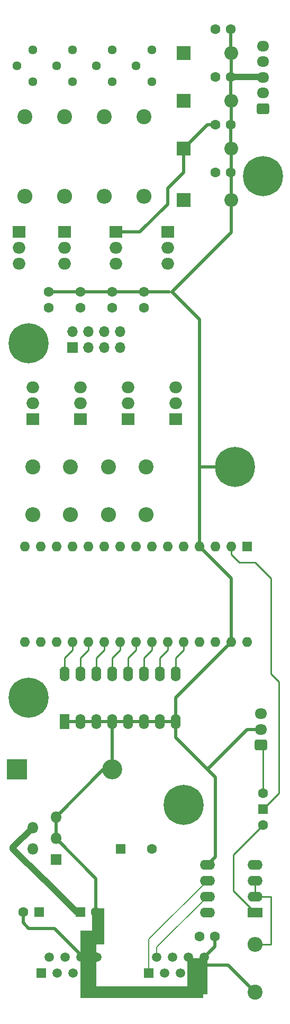
<source format=gtl>
G04 #@! TF.GenerationSoftware,KiCad,Pcbnew,8.0.6*
G04 #@! TF.CreationDate,2024-11-01T16:27:22+01:00*
G04 #@! TF.ProjectId,dmx_to_pwm,646d785f-746f-45f7-9077-6d2e6b696361,rev?*
G04 #@! TF.SameCoordinates,Original*
G04 #@! TF.FileFunction,Copper,L1,Top*
G04 #@! TF.FilePolarity,Positive*
%FSLAX46Y46*%
G04 Gerber Fmt 4.6, Leading zero omitted, Abs format (unit mm)*
G04 Created by KiCad (PCBNEW 8.0.6) date 2024-11-01 16:27:22*
%MOMM*%
%LPD*%
G01*
G04 APERTURE LIST*
G04 Aperture macros list*
%AMRoundRect*
0 Rectangle with rounded corners*
0 $1 Rounding radius*
0 $2 $3 $4 $5 $6 $7 $8 $9 X,Y pos of 4 corners*
0 Add a 4 corners polygon primitive as box body*
4,1,4,$2,$3,$4,$5,$6,$7,$8,$9,$2,$3,0*
0 Add four circle primitives for the rounded corners*
1,1,$1+$1,$2,$3*
1,1,$1+$1,$4,$5*
1,1,$1+$1,$6,$7*
1,1,$1+$1,$8,$9*
0 Add four rect primitives between the rounded corners*
20,1,$1+$1,$2,$3,$4,$5,0*
20,1,$1+$1,$4,$5,$6,$7,0*
20,1,$1+$1,$6,$7,$8,$9,0*
20,1,$1+$1,$8,$9,$2,$3,0*%
G04 Aperture macros list end*
G04 #@! TA.AperFunction,ComponentPad*
%ADD10C,6.400000*%
G04 #@! TD*
G04 #@! TA.AperFunction,ComponentPad*
%ADD11C,1.600000*%
G04 #@! TD*
G04 #@! TA.AperFunction,ComponentPad*
%ADD12R,1.600000X1.600000*%
G04 #@! TD*
G04 #@! TA.AperFunction,ComponentPad*
%ADD13C,1.440000*%
G04 #@! TD*
G04 #@! TA.AperFunction,ComponentPad*
%ADD14R,2.000000X1.905000*%
G04 #@! TD*
G04 #@! TA.AperFunction,ComponentPad*
%ADD15O,2.000000X1.905000*%
G04 #@! TD*
G04 #@! TA.AperFunction,ComponentPad*
%ADD16R,2.200000X2.200000*%
G04 #@! TD*
G04 #@! TA.AperFunction,ComponentPad*
%ADD17O,2.200000X2.200000*%
G04 #@! TD*
G04 #@! TA.AperFunction,ComponentPad*
%ADD18R,3.200000X3.200000*%
G04 #@! TD*
G04 #@! TA.AperFunction,ComponentPad*
%ADD19O,3.200000X3.200000*%
G04 #@! TD*
G04 #@! TA.AperFunction,ComponentPad*
%ADD20C,2.400000*%
G04 #@! TD*
G04 #@! TA.AperFunction,ComponentPad*
%ADD21O,2.400000X2.400000*%
G04 #@! TD*
G04 #@! TA.AperFunction,ComponentPad*
%ADD22R,1.500000X1.500000*%
G04 #@! TD*
G04 #@! TA.AperFunction,ComponentPad*
%ADD23C,1.500000*%
G04 #@! TD*
G04 #@! TA.AperFunction,ComponentPad*
%ADD24R,1.600000X2.400000*%
G04 #@! TD*
G04 #@! TA.AperFunction,ComponentPad*
%ADD25O,1.600000X2.400000*%
G04 #@! TD*
G04 #@! TA.AperFunction,ComponentPad*
%ADD26RoundRect,0.250000X0.725000X-0.600000X0.725000X0.600000X-0.725000X0.600000X-0.725000X-0.600000X0*%
G04 #@! TD*
G04 #@! TA.AperFunction,ComponentPad*
%ADD27O,1.950000X1.700000*%
G04 #@! TD*
G04 #@! TA.AperFunction,ComponentPad*
%ADD28R,1.800000X1.800000*%
G04 #@! TD*
G04 #@! TA.AperFunction,ComponentPad*
%ADD29O,1.800000X1.800000*%
G04 #@! TD*
G04 #@! TA.AperFunction,ComponentPad*
%ADD30R,1.700000X1.700000*%
G04 #@! TD*
G04 #@! TA.AperFunction,ComponentPad*
%ADD31O,1.700000X1.700000*%
G04 #@! TD*
G04 #@! TA.AperFunction,ComponentPad*
%ADD32R,2.400000X1.600000*%
G04 #@! TD*
G04 #@! TA.AperFunction,ComponentPad*
%ADD33O,2.400000X1.600000*%
G04 #@! TD*
G04 #@! TA.AperFunction,ComponentPad*
%ADD34O,1.600000X1.600000*%
G04 #@! TD*
G04 #@! TA.AperFunction,Conductor*
%ADD35C,0.500000*%
G04 #@! TD*
G04 #@! TA.AperFunction,Conductor*
%ADD36C,0.250000*%
G04 #@! TD*
G04 #@! TA.AperFunction,Conductor*
%ADD37C,1.000000*%
G04 #@! TD*
G04 #@! TA.AperFunction,Conductor*
%ADD38C,0.200000*%
G04 #@! TD*
G04 APERTURE END LIST*
G04 #@! TA.AperFunction,Conductor*
G36*
X97155000Y-172402500D02*
G01*
X100330000Y-172402500D01*
X100330000Y-178117500D01*
X97155000Y-178117500D01*
X97155000Y-172402500D01*
G37*
G04 #@! TD.AperFunction*
G04 #@! TA.AperFunction,Conductor*
G36*
X81915000Y-164465000D02*
G01*
X83820000Y-164465000D01*
X83820000Y-170180000D01*
X81915000Y-170180000D01*
X81915000Y-164465000D01*
G37*
G04 #@! TD.AperFunction*
G04 #@! TA.AperFunction,Conductor*
G36*
X80010000Y-176847500D02*
G01*
X99695000Y-176847500D01*
X99695000Y-178752500D01*
X80010000Y-178752500D01*
X80010000Y-176847500D01*
G37*
G04 #@! TD.AperFunction*
G04 #@! TA.AperFunction,Conductor*
G36*
X80010000Y-167957500D02*
G01*
X82550000Y-167957500D01*
X82550000Y-178117500D01*
X80010000Y-178117500D01*
X80010000Y-167957500D01*
G37*
G04 #@! TD.AperFunction*
D10*
X104775000Y-93980000D03*
X96520000Y-147955000D03*
X71755000Y-130810000D03*
X71755000Y-74295000D03*
X109220000Y-47625000D03*
D11*
X104100000Y-31750000D03*
X101600000Y-31750000D03*
X74930000Y-66080000D03*
X74930000Y-68580000D03*
D12*
X86440000Y-154940000D03*
D11*
X91440000Y-154940000D03*
D13*
X85090000Y-32510000D03*
X82550000Y-29970000D03*
X85090000Y-27430000D03*
D14*
X77470000Y-56515000D03*
D15*
X77470000Y-59055000D03*
X77470000Y-61595000D03*
D12*
X80010000Y-165040000D03*
D11*
X82510000Y-165040000D03*
X80010000Y-66080000D03*
X80010000Y-68580000D03*
D13*
X78740000Y-32510000D03*
X76200000Y-29970000D03*
X78740000Y-27430000D03*
D16*
X96520000Y-27940000D03*
D17*
X104140000Y-27940000D03*
D18*
X69850000Y-142240000D03*
D19*
X85090000Y-142240000D03*
D20*
X71120000Y-38100000D03*
D21*
X71120000Y-50800000D03*
D20*
X90170000Y-38100000D03*
D21*
X90170000Y-50800000D03*
D14*
X85725000Y-56515000D03*
D15*
X85725000Y-59055000D03*
X85725000Y-61595000D03*
D20*
X72390000Y-93980000D03*
D21*
X72390000Y-101600000D03*
D20*
X84490000Y-93980000D03*
D21*
X84490000Y-101600000D03*
D20*
X107950000Y-177800000D03*
D21*
X107950000Y-170180000D03*
D16*
X96520000Y-35560000D03*
D17*
X104140000Y-35560000D03*
D22*
X90967500Y-174760000D03*
D23*
X92237500Y-172220000D03*
X93507500Y-174760000D03*
X94777500Y-172220000D03*
X96047500Y-174760000D03*
X97317500Y-172220000D03*
X98587500Y-174760000D03*
X99857500Y-172220000D03*
D14*
X93980000Y-56515000D03*
D15*
X93980000Y-59055000D03*
X93980000Y-61595000D03*
D11*
X104100000Y-39370000D03*
X101600000Y-39370000D03*
D14*
X95250000Y-86360000D03*
D15*
X95250000Y-83820000D03*
X95250000Y-81280000D03*
D20*
X77470000Y-38100000D03*
D21*
X77470000Y-50800000D03*
D24*
X77470000Y-134620000D03*
D25*
X80010000Y-134620000D03*
X82550000Y-134620000D03*
X85090000Y-134620000D03*
X87630000Y-134620000D03*
X90170000Y-134620000D03*
X92710000Y-134620000D03*
X95250000Y-134620000D03*
X95250000Y-127000000D03*
X92710000Y-127000000D03*
X90170000Y-127000000D03*
X87630000Y-127000000D03*
X85090000Y-127000000D03*
X82550000Y-127000000D03*
X80010000Y-127000000D03*
X77470000Y-127000000D03*
D20*
X83820000Y-38100000D03*
D21*
X83820000Y-50800000D03*
D14*
X80010000Y-86360000D03*
D15*
X80010000Y-83820000D03*
X80010000Y-81280000D03*
D26*
X108920000Y-138390000D03*
D27*
X108920000Y-135890000D03*
X108920000Y-133390000D03*
D14*
X72390000Y-86360000D03*
D15*
X72390000Y-83820000D03*
X72390000Y-81280000D03*
D13*
X72390000Y-32510000D03*
X69850000Y-29970000D03*
X72390000Y-27430000D03*
D28*
X76090000Y-156640000D03*
D29*
X72390000Y-154940000D03*
X76090000Y-153240000D03*
X72390000Y-151540000D03*
X76090000Y-149840000D03*
D30*
X78740000Y-74930000D03*
D31*
X78740000Y-72390000D03*
X81280000Y-74930000D03*
X81280000Y-72390000D03*
X83820000Y-74930000D03*
X83820000Y-72390000D03*
X86360000Y-74930000D03*
X86360000Y-72390000D03*
D32*
X107950000Y-165100000D03*
D33*
X107950000Y-162560000D03*
X107950000Y-160020000D03*
X107950000Y-157480000D03*
X100330000Y-157480000D03*
X100330000Y-160020000D03*
X100330000Y-162560000D03*
X100330000Y-165100000D03*
D26*
X109220000Y-36830000D03*
D27*
X109220000Y-34330000D03*
X109220000Y-31830000D03*
X109220000Y-29330000D03*
X109220000Y-26830000D03*
D20*
X78440000Y-93980000D03*
D21*
X78440000Y-101600000D03*
D14*
X87630000Y-86360000D03*
D15*
X87630000Y-83820000D03*
X87630000Y-81280000D03*
D22*
X73782500Y-174760000D03*
D23*
X75052500Y-172220000D03*
X76322500Y-174760000D03*
X77592500Y-172220000D03*
X78862500Y-174760000D03*
X80132500Y-172220000D03*
X81402500Y-174760000D03*
X82672500Y-172220000D03*
D12*
X73371395Y-165040000D03*
D11*
X70871395Y-165040000D03*
X90170000Y-66080000D03*
X90170000Y-68580000D03*
D22*
X109220000Y-148590000D03*
D11*
X109220000Y-146050000D03*
X109220000Y-151130000D03*
X104100000Y-46990000D03*
X101600000Y-46990000D03*
X99060000Y-168910000D03*
X101560000Y-168910000D03*
D14*
X70175000Y-56515000D03*
D15*
X70175000Y-59055000D03*
X70175000Y-61595000D03*
D20*
X90540000Y-93980000D03*
D21*
X90540000Y-101600000D03*
D16*
X96520000Y-43180000D03*
D17*
X104140000Y-43180000D03*
D13*
X91440000Y-32510000D03*
X88900000Y-29970000D03*
X91440000Y-27430000D03*
D12*
X106680000Y-106680000D03*
D34*
X104140000Y-106680000D03*
X101600000Y-106680000D03*
X99060000Y-106680000D03*
X96520000Y-106680000D03*
X93980000Y-106680000D03*
X91440000Y-106680000D03*
X88900000Y-106680000D03*
X86360000Y-106680000D03*
X83820000Y-106680000D03*
X81280000Y-106680000D03*
X78740000Y-106680000D03*
X76200000Y-106680000D03*
X73660000Y-106680000D03*
X71120000Y-106680000D03*
X71120000Y-121920000D03*
X73660000Y-121920000D03*
X76200000Y-121920000D03*
X78740000Y-121920000D03*
X81280000Y-121920000D03*
X83820000Y-121920000D03*
X86360000Y-121920000D03*
X88900000Y-121920000D03*
X91440000Y-121920000D03*
X93980000Y-121920000D03*
X96520000Y-121920000D03*
X99060000Y-121920000D03*
X101600000Y-121920000D03*
X104140000Y-121920000D03*
X106680000Y-121920000D03*
D11*
X85090000Y-66080000D03*
X85090000Y-68580000D03*
X104100000Y-24130000D03*
X101600000Y-24130000D03*
D16*
X96520000Y-51435000D03*
D17*
X104140000Y-51435000D03*
D35*
X99060000Y-93980000D02*
X99060000Y-70485000D01*
X99060000Y-106680000D02*
X99060000Y-93980000D01*
X99060000Y-93980000D02*
X104775000Y-93980000D01*
X104140000Y-43180000D02*
X104140000Y-46950000D01*
D36*
X104140000Y-46950000D02*
X104100000Y-46990000D01*
D37*
X79440000Y-165040000D02*
X74295000Y-159895000D01*
X74295000Y-159895000D02*
X74170000Y-159895000D01*
X69215000Y-154715000D02*
X72390000Y-151540000D01*
X74170000Y-159895000D02*
X69215000Y-154940000D01*
X69215000Y-154940000D02*
X69215000Y-154715000D01*
D36*
X107950000Y-109220000D02*
X105410000Y-109220000D01*
X104140000Y-107950000D02*
X104140000Y-106680000D01*
X111760000Y-146050000D02*
X111760000Y-128270000D01*
X111760000Y-128270000D02*
X110490000Y-127000000D01*
X110490000Y-111760000D02*
X107950000Y-109220000D01*
X105410000Y-109220000D02*
X104140000Y-107950000D01*
X110490000Y-127000000D02*
X110490000Y-111760000D01*
X109220000Y-148590000D02*
X111760000Y-146050000D01*
X81280000Y-123190000D02*
X81280000Y-121920000D01*
X80010000Y-124460000D02*
X81280000Y-123190000D01*
X80010000Y-127000000D02*
X80010000Y-124460000D01*
X78740000Y-123190000D02*
X78740000Y-121920000D01*
X77470000Y-127000000D02*
X77470000Y-124460000D01*
X77470000Y-124460000D02*
X78740000Y-123190000D01*
X83820000Y-123190000D02*
X83820000Y-121920000D01*
X82550000Y-124460000D02*
X83820000Y-123190000D01*
X82550000Y-127000000D02*
X82550000Y-124460000D01*
X92710000Y-124460000D02*
X93980000Y-123190000D01*
X93980000Y-123190000D02*
X93980000Y-121920000D01*
X92710000Y-127000000D02*
X92710000Y-124460000D01*
X95250000Y-127000000D02*
X95250000Y-124460000D01*
X96520000Y-123190000D02*
X96520000Y-121920000D01*
X95250000Y-124460000D02*
X96520000Y-123190000D01*
X86360000Y-123190000D02*
X86360000Y-121920000D01*
X85090000Y-124460000D02*
X86360000Y-123190000D01*
X85090000Y-127000000D02*
X85090000Y-124460000D01*
D35*
X76090000Y-149840000D02*
X76090000Y-153240000D01*
X101560000Y-170517500D02*
X99857500Y-172220000D01*
D36*
X97317500Y-174152500D02*
X98425000Y-175260000D01*
X83690000Y-142240000D02*
X85090000Y-142240000D01*
D35*
X104140000Y-56595000D02*
X104140000Y-51435000D01*
X104100000Y-39370000D02*
X104100000Y-43140000D01*
X94260991Y-66080000D02*
X90170000Y-66080000D01*
D36*
X82550000Y-172220000D02*
X82672500Y-172220000D01*
X81402500Y-173490000D02*
X81402500Y-174760000D01*
X104140000Y-47030000D02*
X104100000Y-46990000D01*
D35*
X80010000Y-134620000D02*
X77470000Y-134620000D01*
D36*
X97317500Y-172220000D02*
X97317500Y-174152500D01*
D35*
X100330000Y-157480000D02*
X101600000Y-156210000D01*
X85090000Y-66080000D02*
X80010000Y-66080000D01*
X87630000Y-134620000D02*
X85090000Y-134620000D01*
X70871395Y-166756395D02*
X70871395Y-165040000D01*
X104100000Y-24130000D02*
X104100000Y-27900000D01*
X75882500Y-167640000D02*
X71755000Y-167640000D01*
X92710000Y-134620000D02*
X90170000Y-134620000D01*
X104140000Y-121920000D02*
X104140000Y-111760000D01*
D36*
X94655000Y-66080000D02*
X94260991Y-66080000D01*
D35*
X95250000Y-134620000D02*
X92710000Y-134620000D01*
X100330000Y-142240000D02*
X95250000Y-137160000D01*
X95250000Y-130810000D02*
X104140000Y-121920000D01*
X101560000Y-168910000D02*
X101560000Y-170517500D01*
D36*
X82510000Y-172180000D02*
X82550000Y-172220000D01*
D35*
X71755000Y-167640000D02*
X70871395Y-166756395D01*
X108920000Y-135890000D02*
X106680000Y-135890000D01*
X101600000Y-156210000D02*
X101600000Y-143510000D01*
X104100000Y-31750000D02*
X104100000Y-35520000D01*
X80010000Y-66080000D02*
X74930000Y-66080000D01*
D36*
X98587500Y-173490000D02*
X97317500Y-172220000D01*
D35*
X85090000Y-134620000D02*
X82550000Y-134620000D01*
X104140000Y-51435000D02*
X104140000Y-47030000D01*
X101600000Y-143510000D02*
X100330000Y-142240000D01*
X104140000Y-35560000D02*
X104140000Y-39330000D01*
X85090000Y-142240000D02*
X85090000Y-134620000D01*
X90170000Y-66080000D02*
X85090000Y-66080000D01*
X82510000Y-165040000D02*
X82510000Y-159660000D01*
X90170000Y-134620000D02*
X87630000Y-134620000D01*
X104140000Y-27940000D02*
X104140000Y-31710000D01*
X95250000Y-134620000D02*
X95250000Y-130810000D01*
D36*
X82672500Y-172220000D02*
X81402500Y-173490000D01*
D35*
X104140000Y-56595000D02*
X94655000Y-66080000D01*
X104140000Y-111760000D02*
X99060000Y-106680000D01*
X95250000Y-137160000D02*
X95250000Y-134620000D01*
X82510000Y-159660000D02*
X76090000Y-153240000D01*
X106680000Y-135890000D02*
X100330000Y-142240000D01*
X81280000Y-173037500D02*
X75882500Y-167640000D01*
X103640000Y-173490000D02*
X98587500Y-173490000D01*
X76090000Y-149840000D02*
X83690000Y-142240000D01*
X82550000Y-134620000D02*
X80010000Y-134620000D01*
D36*
X109140000Y-31750000D02*
X109220000Y-31830000D01*
D35*
X99060000Y-70485000D02*
X94655000Y-66080000D01*
X107950000Y-177800000D02*
X103640000Y-173490000D01*
D37*
X104100000Y-31750000D02*
X109140000Y-31750000D01*
D36*
X90170000Y-124460000D02*
X91440000Y-123190000D01*
X91440000Y-123190000D02*
X91440000Y-121920000D01*
X90170000Y-127000000D02*
X90170000Y-124460000D01*
X87630000Y-124460000D02*
X88900000Y-123190000D01*
X88900000Y-123190000D02*
X88900000Y-121920000D01*
X87630000Y-127000000D02*
X87630000Y-124460000D01*
D38*
X92237500Y-172220000D02*
X92237500Y-170652500D01*
X92237500Y-170652500D02*
X100330000Y-162560000D01*
X90967500Y-169382500D02*
X100330000Y-160020000D01*
X90967500Y-174760000D02*
X90967500Y-169382500D01*
D36*
X107950000Y-160020000D02*
X107950000Y-162560000D01*
X107950000Y-162560000D02*
X110490000Y-162560000D01*
X110490000Y-162560000D02*
X110490000Y-170180000D01*
X110490000Y-170180000D02*
X107950000Y-170180000D01*
X109220000Y-146050000D02*
X109220000Y-138690000D01*
X109220000Y-138690000D02*
X108920000Y-138390000D01*
X107950000Y-165100000D02*
X104458198Y-161608198D01*
X104458198Y-155891802D02*
X109220000Y-151130000D01*
X104458198Y-161608198D02*
X104458198Y-155891802D01*
D35*
X96520000Y-46990000D02*
X93980000Y-49530000D01*
X100330000Y-39370000D02*
X101600000Y-39370000D01*
X96520000Y-43180000D02*
X96520000Y-46990000D01*
X93980000Y-52070000D02*
X89535000Y-56515000D01*
X96520000Y-43180000D02*
X100330000Y-39370000D01*
X93980000Y-49530000D02*
X93980000Y-52070000D01*
X89535000Y-56515000D02*
X85725000Y-56515000D01*
M02*

</source>
